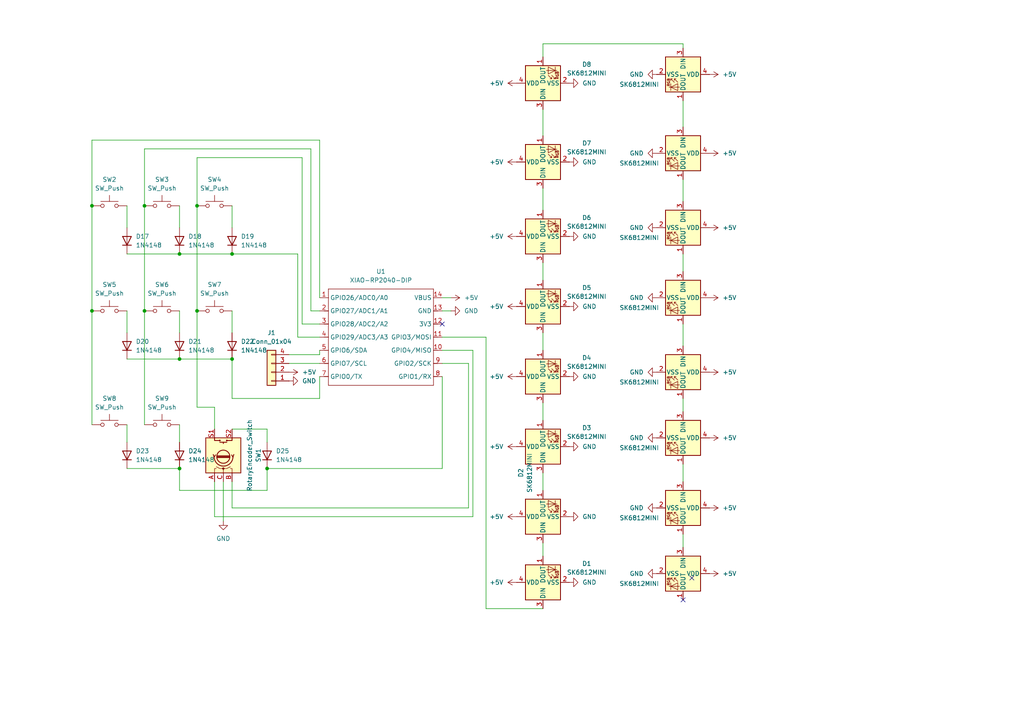
<source format=kicad_sch>
(kicad_sch (version 20250114) (generator "eeschema") (generator_version "9.0")
  (paper "A4")
  (title_block (title "The KPAD") (date "2025-11-26") (rev "1.0") (company "Launch.vbs"))
  (lib_symbols
    (symbol "Connector_Generic:Conn_01x04" (pin_names (offset 1.016) (hide yes))
      (property "Reference" "J" (at 0 5.08 0))
      (property "Value" "Conn_01x04" (at 0 -7.62 0))
      (symbol "Conn_01x04_1_1"
        (rectangle (start -1.27 3.81) (end 1.27 -6.35) (stroke (width 0.254)) (fill (type background)))
        (rectangle (start -1.27 2.667) (end 0 2.413) (stroke (width 0.1524)))
        (rectangle (start -1.27 0.127) (end 0 -0.127) (stroke (width 0.1524)))
        (rectangle (start -1.27 -2.413) (end 0 -2.667) (stroke (width 0.1524)))
        (rectangle (start -1.27 -4.953) (end 0 -5.207) (stroke (width 0.1524)))
        (pin passive line (at -5.08 2.54 0) (length 3.81) (name "Pin_1") (number "1"))
        (pin passive line (at -5.08 0 0) (length 3.81) (name "Pin_2") (number "2"))
        (pin passive line (at -5.08 -2.54 0) (length 3.81) (name "Pin_3") (number "3"))
        (pin passive line (at -5.08 -5.08 0) (length 3.81) (name "Pin_4") (number "4"))
      )
    )
    (symbol "Device:RotaryEncoder_Switch" (pin_names (offset 0.254) (hide yes))
      (property "Reference" "SW" (at 0 6.604 0))
      (property "Value" "RotaryEncoder_Switch" (at 0 -6.604 0))
      (symbol "RotaryEncoder_Switch_0_1"
        (rectangle (start -5.08 5.08) (end 5.08 -5.08) (stroke (width 0.254)) (fill (type background)))
        (polyline (pts (xy -5.08 2.54) (xy -3.81 2.54) (xy -3.81 2.032)))
        (polyline (pts (xy -5.08 0) (xy -3.81 0) (xy -3.81 -1.016) (xy -3.302 -2.032)))
        (polyline (pts (xy -5.08 -2.54) (xy -3.81 -2.54) (xy -3.81 -2.032)))
        (polyline (pts (xy -4.318 0) (xy -3.81 0) (xy -3.81 1.016) (xy -3.302 2.032)))
        (circle (center -3.81 0) (radius 0.254) (fill (type outline)))
        (polyline (pts (xy -0.635 -1.778) (xy -0.635 1.778)) (stroke (width 0.254)))
        (circle (center -0.381 0) (radius 1.905) (stroke (width 0.254)))
        (polyline (pts (xy -0.381 -1.778) (xy -0.381 1.778)) (stroke (width 0.254)))
        (arc (start -0.381 -2.794) (mid -3.0988 -0.0635) (end -0.381 2.667) (stroke (width 0.254)))
        (polyline (pts (xy -0.127 1.778) (xy -0.127 -1.778)) (stroke (width 0.254)))
        (polyline (pts (xy 0.254 2.921) (xy -0.508 2.667) (xy 0.127 2.286)) (stroke (width 0.254)))
        (polyline (pts (xy 0.254 -3.048) (xy -0.508 -2.794) (xy 0.127 -2.413)) (stroke (width 0.254)))
        (polyline (pts (xy 3.81 1.016) (xy 3.81 -1.016)) (stroke (width 0.254)))
        (polyline (pts (xy 3.81 0) (xy 3.429 0)) (stroke (width 0.254)))
        (circle (center 4.318 1.016) (radius 0.127) (stroke (width 0.254)))
        (circle (center 4.318 -1.016) (radius 0.127) (stroke (width 0.254)))
        (polyline (pts (xy 5.08 2.54) (xy 4.318 2.54) (xy 4.318 1.016)) (stroke (width 0.254)))
        (polyline (pts (xy 5.08 -2.54) (xy 4.318 -2.54) (xy 4.318 -1.016)) (stroke (width 0.254)))
      )
      (symbol "RotaryEncoder_Switch_1_1"
        (pin passive line (at -7.62 2.54 0) (length 2.54) (name "A") (number "A"))
        (pin passive line (at -7.62 0 0) (length 2.54) (name "C") (number "C"))
        (pin passive line (at -7.62 -2.54 0) (length 2.54) (name "B") (number "B"))
        (pin passive line (at 7.62 2.54 180) (length 2.54) (name "S1") (number "S1"))
        (pin passive line (at 7.62 -2.54 180) (length 2.54) (name "S2") (number "S2"))
      )
    )
    (symbol "Diode:1N4148" (pin_numbers (hide yes)) (pin_names (hide yes))
      (property "Reference" "D" (at 0 2.54 0))
      (property "Value" "1N4148" (at 0 -2.54 0))
      (symbol "1N4148_0_1"
        (polyline (pts (xy -1.27 1.27) (xy -1.27 -1.27)) (stroke (width 0.254)))
        (polyline (pts (xy 1.27 1.27) (xy 1.27 -1.27) (xy -1.27 0) (xy 1.27 1.27)) (stroke (width 0.254)))
        (polyline (pts (xy 1.27 0) (xy -1.27 0)))
      )
      (symbol "1N4148_1_1"
        (pin passive line (at -3.81 0 0) (length 2.54) (name "K") (number "1"))
        (pin passive line (at 3.81 0 180) (length 2.54) (name "A") (number "2"))
      )
    )
    (symbol "LED:SK6812MINI" (pin_names (offset 0.254))
      (property "Reference" "D" (at 5.08 5.715 0))
      (property "Value" "SK6812MINI" (at 1.27 -5.715 0))
      (symbol "SK6812MINI_0_0"
        (text "RGB" (at 2.286 -4.191 0) (effects (font (size 0.762 0.762))))
      )
      (symbol "SK6812MINI_0_1"
        (polyline (pts (xy 1.27 -2.54) (xy 1.778 -2.54)))
        (polyline (pts (xy 1.27 -3.556) (xy 1.778 -3.556)))
        (polyline (pts (xy 2.286 -1.524) (xy 1.27 -2.54) (xy 1.27 -2.032)))
        (polyline (pts (xy 2.286 -2.54) (xy 1.27 -3.556) (xy 1.27 -3.048)))
        (polyline (pts (xy 3.683 -1.016) (xy 3.683 -3.556) (xy 3.683 -4.064)))
        (polyline (pts (xy 4.699 -1.524) (xy 2.667 -1.524) (xy 3.683 -3.556) (xy 4.699 -1.524)))
        (polyline (pts (xy 4.699 -3.556) (xy 2.667 -3.556)))
        (rectangle (start 5.08 5.08) (end -5.08 -5.08) (stroke (width 0.254)) (fill (type background)))
      )
      (symbol "SK6812MINI_1_1"
        (pin input line (at -7.62 0 0) (length 2.54) (name "DIN") (number "3"))
        (pin power_in line (at 0 7.62 270) (length 2.54) (name "VDD") (number "4"))
        (pin power_in line (at 0 -7.62 90) (length 2.54) (name "VSS") (number "2"))
        (pin output line (at 7.62 0 180) (length 2.54) (name "DOUT") (number "1"))
      )
    )
    (symbol "OPL:XIAO-RP2040-DIP"
      (property "Reference" "U" (at 0 0 0))
      (property "Value" "XIAO-RP2040-DIP" (at 5.334 -1.778 0))
      (symbol "XIAO-RP2040-DIP_1_0"
        (polyline (pts (xy -1.27 -2.54) (xy 29.21 -2.54)) (stroke (width 0.1524)))
        (polyline (pts (xy -1.27 -5.08) (xy -2.54 -5.08)) (stroke (width 0.1524)))
        (polyline (pts (xy -1.27 -5.08) (xy -1.27 -2.54)) (stroke (width 0.1524)))
        (polyline (pts (xy -1.27 -8.89) (xy -2.54 -8.89)) (stroke (width 0.1524)))
        (polyline (pts (xy -1.27 -8.89) (xy -1.27 -5.08)) (stroke (width 0.1524)))
        (polyline (pts (xy -1.27 -12.7) (xy -2.54 -12.7)) (stroke (width 0.1524)))
        (polyline (pts (xy -1.27 -12.7) (xy -1.27 -8.89)) (stroke (width 0.1524)))
        (polyline (pts (xy -1.27 -16.51) (xy -2.54 -16.51)) (stroke (width 0.1524)))
        (polyline (pts (xy -1.27 -16.51) (xy -1.27 -12.7)) (stroke (width 0.1524)))
        (polyline (pts (xy -1.27 -20.32) (xy -2.54 -20.32)) (stroke (width 0.1524)))
        (polyline (pts (xy -1.27 -24.13) (xy -2.54 -24.13)) (stroke (width 0.1524)))
        (polyline (pts (xy -1.27 -27.94) (xy -2.54 -27.94)) (stroke (width 0.1524)))
        (polyline (pts (xy -1.27 -30.48) (xy -1.27 -16.51)) (stroke (width 0.1524)))
        (polyline (pts (xy 29.21 -2.54) (xy 29.21 -5.08)) (stroke (width 0.1524)))
        (polyline (pts (xy 29.21 -5.08) (xy 29.21 -8.89)) (stroke (width 0.1524)))
        (polyline (pts (xy 29.21 -8.89) (xy 29.21 -12.7)) (stroke (width 0.1524)))
        (polyline (pts (xy 29.21 -12.7) (xy 29.21 -30.48)) (stroke (width 0.1524)))
        (polyline (pts (xy 29.21 -30.48) (xy -1.27 -30.48)) (stroke (width 0.1524)))
        (polyline (pts (xy 30.48 -5.08) (xy 29.21 -5.08)) (stroke (width 0.1524)))
        (polyline (pts (xy 30.48 -8.89) (xy 29.21 -8.89)) (stroke (width 0.1524)))
        (polyline (pts (xy 30.48 -12.7) (xy 29.21 -12.7)) (stroke (width 0.1524)))
        (polyline (pts (xy 30.48 -16.51) (xy 29.21 -16.51)) (stroke (width 0.1524)))
        (polyline (pts (xy 30.48 -20.32) (xy 29.21 -20.32)) (stroke (width 0.1524)))
        (polyline (pts (xy 30.48 -24.13) (xy 29.21 -24.13)) (stroke (width 0.1524)))
        (polyline (pts (xy 30.48 -27.94) (xy 29.21 -27.94)) (stroke (width 0.1524)))
        (pin passive line (at -3.81 -5.08 0) (length 2.54) (name "GPIO26/ADC0/A0") (number "1"))
        (pin passive line (at -3.81 -8.89 0) (length 2.54) (name "GPIO27/ADC1/A1") (number "2"))
        (pin passive line (at -3.81 -12.7 0) (length 2.54) (name "GPIO28/ADC2/A2") (number "3"))
        (pin passive line (at -3.81 -16.51 0) (length 2.54) (name "GPIO29/ADC3/A3") (number "4"))
        (pin passive line (at -3.81 -20.32 0) (length 2.54) (name "GPIO6/SDA") (number "5"))
        (pin passive line (at -3.81 -24.13 0) (length 2.54) (name "GPIO7/SCL") (number "6"))
        (pin passive line (at -3.81 -27.94 0) (length 2.54) (name "GPIO0/TX") (number "7"))
        (pin passive line (at 31.75 -5.08 180) (length 2.54) (name "VBUS") (number "14"))
        (pin passive line (at 31.75 -8.89 180) (length 2.54) (name "GND") (number "13"))
        (pin passive line (at 31.75 -12.7 180) (length 2.54) (name "3V3") (number "12"))
        (pin passive line (at 31.75 -16.51 180) (length 2.54) (name "GPIO3/MOSI") (number "11"))
        (pin passive line (at 31.75 -20.32 180) (length 2.54) (name "GPIO4/MISO") (number "10"))
        (pin passive line (at 31.75 -24.13 180) (length 2.54) (name "GPIO2/SCK") (number "9"))
        (pin passive line (at 31.75 -27.94 180) (length 2.54) (name "GPIO1/RX") (number "8"))
      )
    )
    (symbol "Switch:SW_Push" (pin_numbers (hide yes)) (pin_names (offset 1.016) (hide yes))
      (property "Reference" "SW" (at 1.27 2.54 0))
      (property "Value" "SW_Push" (at 0 -1.524 0))
      (symbol "SW_Push_0_1"
        (circle (center -2.032 0) (radius 0.508))
        (polyline (pts (xy 0 1.27) (xy 0 3.048)))
        (circle (center 2.032 0) (radius 0.508))
        (polyline (pts (xy 2.54 1.27) (xy -2.54 1.27)))
        (pin passive line (at -5.08 0 0) (length 2.54) (name "1") (number "1"))
        (pin passive line (at 5.08 0 180) (length 2.54) (name "2") (number "2"))
      )
    )
    (symbol "power:+5V" (power) (pin_numbers (hide yes)) (pin_names (offset 0) (hide yes))
      (property "Value" "+5V" (at 0 3.556 0))
      (symbol "+5V_0_1"
        (polyline (pts (xy -0.762 1.27) (xy 0 2.54)))
        (polyline (pts (xy 0 2.54) (xy 0.762 1.27)))
        (polyline (pts (xy 0 0) (xy 0 2.54)))
      )
      (symbol "+5V_1_1"
        (pin power_in line (at 0 0 90) (length 0) (name "~") (number "1"))
      )
    )
    (symbol "power:GND" (power) (pin_numbers (hide yes)) (pin_names (offset 0) (hide yes))
      (property "Value" "GND" (at 0 -3.81 0))
      (symbol "GND_0_1"
        (polyline (pts (xy 0 0) (xy 0 -1.27) (xy 1.27 -1.27) (xy 0 -2.54) (xy -1.27 -1.27) (xy 0 -1.27)))
      )
      (symbol "GND_1_1"
        (pin power_in line (at 0 0 270) (length 0) (name "~") (number "1"))
      )
    )
  )
  (junction (at 52.07 104.14))
  (junction (at 57.15 90.17))
  (junction (at 26.67 90.17))
  (junction (at 52.07 73.66))
  (junction (at 26.67 59.69))
  (junction (at 77.47 135.89))
  (junction (at 41.91 59.69))
  (junction (at 67.31 73.66))
  (junction (at 41.91 90.17))
  (junction (at 52.07 135.89))
  (junction (at 57.15 59.69))
  (junction (at 67.31 104.14))
  (no_connect (at 200.66 167.64))
  (no_connect (at 198.12 173.99))
  (no_connect (at 128.27 93.98))
  (wire (pts (xy 67.31 104.14) (xy 67.31 115.57)))
  (wire (pts (xy 52.07 104.14) (xy 67.31 104.14)))
  (wire (pts (xy 157.48 54.61) (xy 157.48 60.96)))
  (wire (pts (xy 57.15 118.11) (xy 62.23 118.11)))
  (wire (pts (xy 128.27 97.79) (xy 140.97 97.79)))
  (wire (pts (xy 128.27 135.89) (xy 128.27 109.22)))
  (wire (pts (xy 198.12 154.94) (xy 198.12 158.75)))
  (wire (pts (xy 67.31 59.69) (xy 67.31 66.04)))
  (wire (pts (xy 26.67 40.64) (xy 92.71 40.64)))
  (wire (pts (xy 92.71 115.57) (xy 92.71 109.22)))
  (wire (pts (xy 67.31 115.57) (xy 92.71 115.57)))
  (wire (pts (xy 67.31 124.46) (xy 77.47 124.46)))
  (wire (pts (xy 26.67 90.17) (xy 26.67 123.19)))
  (wire (pts (xy 157.48 31.75) (xy 157.48 39.37)))
  (wire (pts (xy 157.48 157.48) (xy 157.48 161.29)))
  (wire (pts (xy 157.48 96.52) (xy 157.48 101.6)))
  (wire (pts (xy 137.16 101.6) (xy 137.16 149.86)))
  (wire (pts (xy 52.07 73.66) (xy 67.31 73.66)))
  (wire (pts (xy 36.83 123.19) (xy 36.83 128.27)))
  (wire (pts (xy 83.82 102.87) (xy 92.71 102.87)))
  (wire (pts (xy 157.48 76.2) (xy 157.48 81.28)))
  (wire (pts (xy 41.91 43.18) (xy 41.91 59.69)))
  (wire (pts (xy 41.91 90.17) (xy 41.91 123.19)))
  (wire (pts (xy 90.17 90.17) (xy 90.17 43.18)))
  (wire (pts (xy 92.71 97.79) (xy 86.36 97.79)))
  (wire (pts (xy 52.07 123.19) (xy 52.07 128.27)))
  (wire (pts (xy 41.91 59.69) (xy 41.91 90.17)))
  (wire (pts (xy 52.07 135.89) (xy 52.07 142.24)))
  (wire (pts (xy 77.47 135.89) (xy 128.27 135.89)))
  (wire (pts (xy 198.12 93.98) (xy 198.12 100.33)))
  (wire (pts (xy 57.15 118.11) (xy 57.15 90.17)))
  (wire (pts (xy 198.12 115.57) (xy 198.12 119.38)))
  (wire (pts (xy 36.83 90.17) (xy 36.83 96.52)))
  (wire (pts (xy 57.15 59.69) (xy 57.15 90.17)))
  (wire (pts (xy 36.83 135.89) (xy 52.07 135.89)))
  (wire (pts (xy 157.48 116.84) (xy 157.48 121.92)))
  (wire (pts (xy 67.31 90.17) (xy 67.31 96.52)))
  (wire (pts (xy 62.23 149.86) (xy 137.16 149.86)))
  (wire (pts (xy 198.12 12.7) (xy 198.12 13.97)))
  (wire (pts (xy 26.67 40.64) (xy 26.67 59.69)))
  (wire (pts (xy 92.71 93.98) (xy 87.63 93.98)))
  (wire (pts (xy 52.07 59.69) (xy 52.07 66.04)))
  (wire (pts (xy 36.83 59.69) (xy 36.83 66.04)))
  (wire (pts (xy 92.71 86.36) (xy 92.71 40.64)))
  (wire (pts (xy 198.12 52.07) (xy 198.12 58.42)))
  (wire (pts (xy 137.16 101.6) (xy 128.27 101.6)))
  (wire (pts (xy 87.63 93.98) (xy 87.63 45.72)))
  (wire (pts (xy 128.27 105.41) (xy 135.89 105.41)))
  (wire (pts (xy 198.12 73.66) (xy 198.12 78.74)))
  (wire (pts (xy 64.77 139.7) (xy 64.77 151.13)))
  (wire (pts (xy 140.97 97.79) (xy 140.97 176.53)))
  (wire (pts (xy 52.07 90.17) (xy 52.07 96.52)))
  (wire (pts (xy 92.71 102.87) (xy 92.71 101.6)))
  (wire (pts (xy 198.12 29.21) (xy 198.12 36.83)))
  (wire (pts (xy 26.67 59.69) (xy 26.67 90.17)))
  (wire (pts (xy 67.31 147.32) (xy 135.89 147.32)))
  (wire (pts (xy 36.83 73.66) (xy 52.07 73.66)))
  (wire (pts (xy 198.12 134.62) (xy 198.12 139.7)))
  (wire (pts (xy 36.83 104.14) (xy 52.07 104.14)))
  (wire (pts (xy 57.15 45.72) (xy 87.63 45.72)))
  (wire (pts (xy 77.47 124.46) (xy 77.47 128.27)))
  (wire (pts (xy 41.91 43.18) (xy 90.17 43.18)))
  (wire (pts (xy 86.36 73.66) (xy 67.31 73.66)))
  (wire (pts (xy 157.48 137.16) (xy 157.48 142.24)))
  (wire (pts (xy 52.07 142.24) (xy 77.47 142.24)))
  (wire (pts (xy 62.23 139.7) (xy 62.23 149.86)))
  (wire (pts (xy 86.36 97.79) (xy 86.36 73.66)))
  (wire (pts (xy 128.27 86.36) (xy 130.81 86.36)))
  (wire (pts (xy 157.48 12.7) (xy 198.12 12.7)))
  (wire (pts (xy 83.82 105.41) (xy 92.71 105.41)))
  (wire (pts (xy 157.48 16.51) (xy 157.48 12.7)))
  (wire (pts (xy 77.47 142.24) (xy 77.47 135.89)))
  (wire (pts (xy 128.27 90.17) (xy 130.81 90.17)))
  (wire (pts (xy 135.89 147.32) (xy 135.89 105.41)))
  (wire (pts (xy 140.97 176.53) (xy 157.48 176.53)))
  (wire (pts (xy 92.71 90.17) (xy 90.17 90.17)))
  (wire (pts (xy 57.15 45.72) (xy 57.15 59.69)))
  (wire (pts (xy 62.23 118.11) (xy 62.23 124.46)))
  (wire (pts (xy 67.31 139.7) (xy 67.31 147.32)))
  (symbol (lib_id "Diode:1N4148") (at 36.83 100.33 90) (unit 1)
    (property "Reference" "D20" (at 39.37 99.0599 90) (effects (justify right)))
    (property "Value" "1N4148" (at 39.37 101.5999 90) (effects (justify right)))
    (property "Footprint" "Diode_THT:D_DO-35_SOD27_P7.62mm_Horizontal" (effects (hide yes)))
    (property "Datasheet" "https://assets.nexperia.com/documents/data-sheet/1N4148_1N4448.pdf" (effects (hide yes)))
    (property "Description" "100V 0.15A standard switching diode, DO-35" (effects (hide yes)))
    (property "Sim.Device" "D" (effects (hide yes)))
    (property "Sim.Pins" "1=K 2=A" (effects (hide yes)))
  )
  (symbol (lib_id "Switch:SW_Push") (at 62.23 59.69 0) (unit 1)
    (property "Reference" "SW4" (at 62.23 52.07 0))
    (property "Value" "SW_Push" (at 62.23 54.61 0))
    (property "Footprint" "Button_Switch_Keyboard:SW_Cherry_MX_1.00u_PCB" (effects (hide yes)))
    (property "Description" "Push button switch, generic, two pins" (effects (hide yes)))
  )
  (symbol (lib_id "power:+5V") (at 205.74 147.32 270) (unit 1)
    (property "Reference" "#PWR033" (effects (hide yes)))
    (property "Value" "+5V" (at 209.55 147.3201 90) (effects (justify left)))
    (property "Description" "Power symbol creates a global label with name \"+5V\"" (effects (hide yes)))
  )
  (symbol (lib_id "power:GND") (at 190.5 127 270) (unit 1)
    (property "Reference" "#PWR030" (effects (hide yes)))
    (property "Value" "GND" (at 186.69 127.0001 90) (effects (justify right)))
    (property "Description" "Power symbol creates a global label with name \"GND\" , ground" (effects (hide yes)))
  )
  (symbol (lib_id "Diode:1N4148") (at 52.07 69.85 90) (unit 1)
    (property "Reference" "D18" (at 54.61 68.5799 90) (effects (justify right)))
    (property "Value" "1N4148" (at 54.61 71.1199 90) (effects (justify right)))
    (property "Footprint" "Diode_THT:D_DO-35_SOD27_P7.62mm_Horizontal" (effects (hide yes)))
    (property "Datasheet" "https://assets.nexperia.com/documents/data-sheet/1N4148_1N4448.pdf" (effects (hide yes)))
    (property "Description" "100V 0.15A standard switching diode, DO-35" (effects (hide yes)))
    (property "Sim.Device" "D" (effects (hide yes)))
    (property "Sim.Pins" "1=K 2=A" (effects (hide yes)))
  )
  (symbol (lib_id "LED:SK6812MINI") (at 157.48 149.86 90) (unit 1)
    (property "Reference" "D2" (at 151.0598 137.16 0))
    (property "Value" "SK6812MINI" (at 153.5998 137.16 0))
    (property "Footprint" "LED_SMD:LED_SK6812MINI_PLCC4_3.5x3.5mm_P1.75mm" (effects (hide yes)))
    (property "Datasheet" "https://cdn-shop.adafruit.com/product-files/2686/SK6812MINI_REV.01-1-2.pdf" (effects (hide yes)))
    (property "Description" "RGB LED with integrated controller" (effects (hide yes)))
  )
  (symbol (lib_id "power:GND") (at 165.1 129.54 90) (unit 1)
    (property "Reference" "#PWR022" (effects (hide yes)))
    (property "Value" "GND" (at 168.91 129.5399 90) (effects (justify right)))
    (property "Description" "Power symbol creates a global label with name \"GND\" , ground" (effects (hide yes)))
  )
  (symbol (lib_id "LED:SK6812MINI") (at 198.12 66.04 270) (unit 1)
    (property "Reference" "D11" (effects (hide yes)))
    (property "Value" "SK6812MINI" (at 185.42 68.9454 90))
    (property "Footprint" "LED_SMD:LED_SK6812MINI_PLCC4_3.5x3.5mm_P1.75mm" (effects (hide yes)))
    (property "Datasheet" "https://cdn-shop.adafruit.com/product-files/2686/SK6812MINI_REV.01-1-2.pdf" (effects (hide yes)))
    (property "Description" "RGB LED with integrated controller" (effects (hide yes)))
  )
  (symbol (lib_id "LED:SK6812MINI") (at 157.48 109.22 90) (unit 1)
    (property "Reference" "D4" (at 170.18 103.7746 90))
    (property "Value" "SK6812MINI" (at 170.18 106.3146 90))
    (property "Footprint" "LED_SMD:LED_SK6812MINI_PLCC4_3.5x3.5mm_P1.75mm" (effects (hide yes)))
    (property "Datasheet" "https://cdn-shop.adafruit.com/product-files/2686/SK6812MINI_REV.01-1-2.pdf" (effects (hide yes)))
    (property "Description" "RGB LED with integrated controller" (effects (hide yes)))
  )
  (symbol (lib_id "Diode:1N4148") (at 77.47 132.08 90) (unit 1)
    (property "Reference" "D25" (at 80.01 130.8099 90) (effects (justify right)))
    (property "Value" "1N4148" (at 80.01 133.3499 90) (effects (justify right)))
    (property "Footprint" "Diode_THT:D_DO-35_SOD27_P7.62mm_Horizontal" (effects (hide yes)))
    (property "Datasheet" "https://assets.nexperia.com/documents/data-sheet/1N4148_1N4448.pdf" (effects (hide yes)))
    (property "Description" "100V 0.15A standard switching diode, DO-35" (effects (hide yes)))
    (property "Sim.Device" "D" (effects (hide yes)))
    (property "Sim.Pins" "1=K 2=A" (effects (hide yes)))
  )
  (symbol (lib_id "power:+5V") (at 205.74 127 270) (unit 1)
    (property "Reference" "#PWR017" (effects (hide yes)))
    (property "Value" "+5V" (at 209.55 127.0001 90) (effects (justify left)))
    (property "Description" "Power symbol creates a global label with name \"+5V\"" (effects (hide yes)))
  )
  (symbol (lib_id "Device:RotaryEncoder_Switch") (at 64.77 132.08 90) (unit 1)
    (property "Reference" "SW1" (at 74.93 132.08 0))
    (property "Value" "RotaryEncoder_Switch" (at 72.39 132.08 0))
    (property "Footprint" "Rotary_Encoder:RotaryEncoder_Alps_EC11E-Switch_Vertical_H20mm" (effects (hide yes)))
    (property "Description" "Rotary encoder, dual channel, incremental quadrate outputs, with switch" (effects (hide yes)))
  )
  (symbol (lib_id "power:GND") (at 190.5 107.95 270) (unit 1)
    (property "Reference" "#PWR029" (effects (hide yes)))
    (property "Value" "GND" (at 186.69 107.9501 90) (effects (justify right)))
    (property "Description" "Power symbol creates a global label with name \"GND\" , ground" (effects (hide yes)))
  )
  (symbol (lib_id "power:+5V") (at 149.86 129.54 90) (unit 1)
    (property "Reference" "#PWR014" (effects (hide yes)))
    (property "Value" "+5V" (at 146.05 129.5399 90) (effects (justify left)))
    (property "Description" "Power symbol creates a global label with name \"+5V\"" (effects (hide yes)))
  )
  (symbol (lib_id "LED:SK6812MINI") (at 157.48 46.99 90) (unit 1)
    (property "Reference" "D7" (at 170.18 41.5446 90))
    (property "Value" "SK6812MINI" (at 170.18 44.0846 90))
    (property "Footprint" "LED_SMD:LED_SK6812MINI_PLCC4_3.5x3.5mm_P1.75mm" (effects (hide yes)))
    (property "Datasheet" "https://cdn-shop.adafruit.com/product-files/2686/SK6812MINI_REV.01-1-2.pdf" (effects (hide yes)))
    (property "Description" "RGB LED with integrated controller" (effects (hide yes)))
  )
  (symbol (lib_id "power:GND") (at 165.1 149.86 90) (unit 1)
    (property "Reference" "#PWR023" (effects (hide yes)))
    (property "Value" "GND" (at 168.91 149.8599 90) (effects (justify right)))
    (property "Description" "Power symbol creates a global label with name \"GND\" , ground" (effects (hide yes)))
  )
  (symbol (lib_id "LED:SK6812MINI") (at 157.48 24.13 90) (unit 1)
    (property "Reference" "D8" (at 170.18 18.6846 90))
    (property "Value" "SK6812MINI" (at 170.18 21.2246 90))
    (property "Footprint" "LED_SMD:LED_SK6812MINI_PLCC4_3.5x3.5mm_P1.75mm" (effects (hide yes)))
    (property "Datasheet" "https://cdn-shop.adafruit.com/product-files/2686/SK6812MINI_REV.01-1-2.pdf" (effects (hide yes)))
    (property "Description" "RGB LED with integrated controller" (effects (hide yes)))
  )
  (symbol (lib_id "power:GND") (at 190.5 21.59 270) (unit 1)
    (property "Reference" "#PWR025" (effects (hide yes)))
    (property "Value" "GND" (at 186.69 21.5901 90) (effects (justify right)))
    (property "Description" "Power symbol creates a global label with name \"GND\" , ground" (effects (hide yes)))
  )
  (symbol (lib_id "power:GND") (at 190.5 166.37 270) (unit 1)
    (property "Reference" "#PWR032" (effects (hide yes)))
    (property "Value" "GND" (at 186.69 166.3701 90) (effects (justify right)))
    (property "Description" "Power symbol creates a global label with name \"GND\" , ground" (effects (hide yes)))
  )
  (symbol (lib_id "power:+5V") (at 149.86 46.99 90) (unit 1)
    (property "Reference" "#PWR010" (effects (hide yes)))
    (property "Value" "+5V" (at 146.05 46.9899 90) (effects (justify left)))
    (property "Description" "Power symbol creates a global label with name \"+5V\"" (effects (hide yes)))
  )
  (symbol (lib_id "power:+5V") (at 205.74 21.59 270) (unit 1)
    (property "Reference" "#PWR05" (effects (hide yes)))
    (property "Value" "+5V" (at 209.55 21.5901 90) (effects (justify left)))
    (property "Description" "Power symbol creates a global label with name \"+5V\"" (effects (hide yes)))
  )
  (symbol (lib_id "power:GND") (at 165.1 68.58 90) (unit 1)
    (property "Reference" "#PWR019" (effects (hide yes)))
    (property "Value" "GND" (at 168.91 68.5799 90) (effects (justify right)))
    (property "Description" "Power symbol creates a global label with name \"GND\" , ground" (effects (hide yes)))
  )
  (symbol (lib_id "Switch:SW_Push") (at 31.75 59.69 0) (unit 1)
    (property "Reference" "SW2" (at 31.75 52.07 0))
    (property "Value" "SW_Push" (at 31.75 54.61 0))
    (property "Footprint" "Button_Switch_Keyboard:SW_Cherry_MX_1.00u_PCB" (effects (hide yes)))
    (property "Description" "Push button switch, generic, two pins" (effects (hide yes)))
  )
  (symbol (lib_id "LED:SK6812MINI") (at 157.48 129.54 90) (unit 1)
    (property "Reference" "D3" (at 170.18 124.0946 90))
    (property "Value" "SK6812MINI" (at 170.18 126.6346 90))
    (property "Footprint" "LED_SMD:LED_SK6812MINI_PLCC4_3.5x3.5mm_P1.75mm" (effects (hide yes)))
    (property "Datasheet" "https://cdn-shop.adafruit.com/product-files/2686/SK6812MINI_REV.01-1-2.pdf" (effects (hide yes)))
    (property "Description" "RGB LED with integrated controller" (effects (hide yes)))
  )
  (symbol (lib_id "Switch:SW_Push") (at 46.99 90.17 0) (unit 1)
    (property "Reference" "SW6" (at 46.99 82.55 0))
    (property "Value" "SW_Push" (at 46.99 85.09 0))
    (property "Footprint" "Button_Switch_Keyboard:SW_Cherry_MX_1.00u_PCB" (effects (hide yes)))
    (property "Description" "Push button switch, generic, two pins" (effects (hide yes)))
  )
  (symbol (lib_id "power:+5V") (at 149.86 149.86 90) (unit 1)
    (property "Reference" "#PWR015" (effects (hide yes)))
    (property "Value" "+5V" (at 146.05 149.8599 90) (effects (justify left)))
    (property "Description" "Power symbol creates a global label with name \"+5V\"" (effects (hide yes)))
  )
  (symbol (lib_id "power:+5V") (at 149.86 68.58 90) (unit 1)
    (property "Reference" "#PWR011" (effects (hide yes)))
    (property "Value" "+5V" (at 146.05 68.5799 90) (effects (justify left)))
    (property "Description" "Power symbol creates a global label with name \"+5V\"" (effects (hide yes)))
  )
  (symbol (lib_id "LED:SK6812MINI") (at 157.48 68.58 90) (unit 1)
    (property "Reference" "D6" (at 170.18 63.1346 90))
    (property "Value" "SK6812MINI" (at 170.18 65.6746 90))
    (property "Footprint" "LED_SMD:LED_SK6812MINI_PLCC4_3.5x3.5mm_P1.75mm" (effects (hide yes)))
    (property "Datasheet" "https://cdn-shop.adafruit.com/product-files/2686/SK6812MINI_REV.01-1-2.pdf" (effects (hide yes)))
    (property "Description" "RGB LED with integrated controller" (effects (hide yes)))
  )
  (symbol (lib_id "power:+5V") (at 83.82 107.95 270) (unit 1)
    (property "Reference" "#PWR036" (effects (hide yes)))
    (property "Value" "+5V" (at 87.63 107.9499 90) (effects (justify left)))
    (property "Description" "Power symbol creates a global label with name \"+5V\"" (effects (hide yes)))
  )
  (symbol (lib_id "power:+5V") (at 205.74 107.95 270) (unit 1)
    (property "Reference" "#PWR09" (effects (hide yes)))
    (property "Value" "+5V" (at 209.55 107.9501 90) (effects (justify left)))
    (property "Description" "Power symbol creates a global label with name \"+5V\"" (effects (hide yes)))
  )
  (symbol (lib_id "LED:SK6812MINI") (at 198.12 127 270) (unit 1)
    (property "Reference" "D14" (effects (hide yes)))
    (property "Value" "SK6812MINI" (at 185.42 129.9054 90))
    (property "Footprint" "LED_SMD:LED_SK6812MINI_PLCC4_3.5x3.5mm_P1.75mm" (effects (hide yes)))
    (property "Datasheet" "https://cdn-shop.adafruit.com/product-files/2686/SK6812MINI_REV.01-1-2.pdf" (effects (hide yes)))
    (property "Description" "RGB LED with integrated controller" (effects (hide yes)))
  )
  (symbol (lib_id "LED:SK6812MINI") (at 157.48 88.9 90) (unit 1)
    (property "Reference" "D5" (at 170.18 83.4546 90))
    (property "Value" "SK6812MINI" (at 170.18 85.9946 90))
    (property "Footprint" "LED_SMD:LED_SK6812MINI_PLCC4_3.5x3.5mm_P1.75mm" (effects (hide yes)))
    (property "Datasheet" "https://cdn-shop.adafruit.com/product-files/2686/SK6812MINI_REV.01-1-2.pdf" (effects (hide yes)))
    (property "Description" "RGB LED with integrated controller" (effects (hide yes)))
  )
  (symbol (lib_id "LED:SK6812MINI") (at 157.48 168.91 90) (unit 1)
    (property "Reference" "D1" (at 170.18 163.4646 90))
    (property "Value" "SK6812MINI" (at 170.18 166.0046 90))
    (property "Footprint" "LED_SMD:LED_SK6812MINI_PLCC4_3.5x3.5mm_P1.75mm" (effects (hide yes)))
    (property "Datasheet" "https://cdn-shop.adafruit.com/product-files/2686/SK6812MINI_REV.01-1-2.pdf" (effects (hide yes)))
    (property "Description" "RGB LED with integrated controller" (effects (hide yes)))
  )
  (symbol (lib_id "Switch:SW_Push") (at 31.75 123.19 0) (unit 1)
    (property "Reference" "SW8" (at 31.75 115.57 0))
    (property "Value" "SW_Push" (at 31.75 118.11 0))
    (property "Footprint" "Button_Switch_Keyboard:SW_Cherry_MX_1.00u_PCB" (effects (hide yes)))
    (property "Description" "Push button switch, generic, two pins" (effects (hide yes)))
  )
  (symbol (lib_id "Switch:SW_Push") (at 46.99 59.69 0) (unit 1)
    (property "Reference" "SW3" (at 46.99 52.07 0))
    (property "Value" "SW_Push" (at 46.99 54.61 0))
    (property "Footprint" "Button_Switch_Keyboard:SW_Cherry_MX_1.00u_PCB" (effects (hide yes)))
    (property "Description" "Push button switch, generic, two pins" (effects (hide yes)))
  )
  (symbol (lib_id "LED:SK6812MINI") (at 198.12 166.37 270) (unit 1)
    (property "Reference" "D16" (effects (hide yes)))
    (property "Value" "SK6812MINI" (at 185.42 169.2754 90))
    (property "Footprint" "LED_SMD:LED_SK6812MINI_PLCC4_3.5x3.5mm_P1.75mm" (effects (hide yes)))
    (property "Datasheet" "https://cdn-shop.adafruit.com/product-files/2686/SK6812MINI_REV.01-1-2.pdf" (effects (hide yes)))
    (property "Description" "RGB LED with integrated controller" (effects (hide yes)))
  )
  (symbol (lib_id "power:+5V") (at 205.74 166.37 270) (unit 1)
    (property "Reference" "#PWR034" (effects (hide yes)))
    (property "Value" "+5V" (at 209.55 166.3701 90) (effects (justify left)))
    (property "Description" "Power symbol creates a global label with name \"+5V\"" (effects (hide yes)))
  )
  (symbol (lib_id "power:+5V") (at 149.86 88.9 90) (unit 1)
    (property "Reference" "#PWR012" (effects (hide yes)))
    (property "Value" "+5V" (at 146.05 88.8999 90) (effects (justify left)))
    (property "Description" "Power symbol creates a global label with name \"+5V\"" (effects (hide yes)))
  )
  (symbol (lib_id "power:+5V") (at 205.74 44.45 270) (unit 1)
    (property "Reference" "#PWR06" (effects (hide yes)))
    (property "Value" "+5V" (at 209.55 44.4501 90) (effects (justify left)))
    (property "Description" "Power symbol creates a global label with name \"+5V\"" (effects (hide yes)))
  )
  (symbol (lib_id "Diode:1N4148") (at 36.83 69.85 90) (unit 1)
    (property "Reference" "D17" (at 39.37 68.5799 90) (effects (justify right)))
    (property "Value" "1N4148" (at 39.37 71.1199 90) (effects (justify right)))
    (property "Footprint" "Diode_THT:D_DO-35_SOD27_P7.62mm_Horizontal" (effects (hide yes)))
    (property "Datasheet" "https://assets.nexperia.com/documents/data-sheet/1N4148_1N4448.pdf" (effects (hide yes)))
    (property "Description" "100V 0.15A standard switching diode, DO-35" (effects (hide yes)))
    (property "Sim.Device" "D" (effects (hide yes)))
    (property "Sim.Pins" "1=K 2=A" (effects (hide yes)))
  )
  (symbol (lib_id "OPL:XIAO-RP2040-DIP") (at 96.52 81.28 0) (unit 1)
    (property "Reference" "U1" (at 110.49 78.74 0))
    (property "Value" "XIAO-RP2040-DIP" (at 110.49 81.28 0))
    (property "Footprint" "OPL:XIAO-RP2040-DIP" (effects (hide yes)))
  )
  (symbol (lib_id "LED:SK6812MINI") (at 198.12 86.36 270) (unit 1)
    (property "Reference" "D12" (effects (hide yes)))
    (property "Value" "SK6812MINI" (at 185.42 89.2654 90))
    (property "Footprint" "LED_SMD:LED_SK6812MINI_PLCC4_3.5x3.5mm_P1.75mm" (effects (hide yes)))
    (property "Datasheet" "https://cdn-shop.adafruit.com/product-files/2686/SK6812MINI_REV.01-1-2.pdf" (effects (hide yes)))
    (property "Description" "RGB LED with integrated controller" (effects (hide yes)))
  )
  (symbol (lib_id "power:GND") (at 165.1 24.13 90) (unit 1)
    (property "Reference" "#PWR03" (effects (hide yes)))
    (property "Value" "GND" (at 168.91 24.1299 90) (effects (justify right)))
    (property "Description" "Power symbol creates a global label with name \"GND\" , ground" (effects (hide yes)))
  )
  (symbol (lib_id "power:GND") (at 190.5 66.04 270) (unit 1)
    (property "Reference" "#PWR027" (effects (hide yes)))
    (property "Value" "GND" (at 186.69 66.0401 90) (effects (justify right)))
    (property "Description" "Power symbol creates a global label with name \"GND\" , ground" (effects (hide yes)))
  )
  (symbol (lib_id "power:GND") (at 190.5 147.32 270) (unit 1)
    (property "Reference" "#PWR031" (effects (hide yes)))
    (property "Value" "GND" (at 186.69 147.3201 90) (effects (justify right)))
    (property "Description" "Power symbol creates a global label with name \"GND\" , ground" (effects (hide yes)))
  )
  (symbol (lib_id "Switch:SW_Push") (at 62.23 90.17 0) (unit 1)
    (property "Reference" "SW7" (at 62.23 82.55 0))
    (property "Value" "SW_Push" (at 62.23 85.09 0))
    (property "Footprint" "Button_Switch_Keyboard:SW_Cherry_MX_1.00u_PCB" (effects (hide yes)))
    (property "Description" "Push button switch, generic, two pins" (effects (hide yes)))
  )
  (symbol (lib_id "power:+5V") (at 130.81 86.36 270) (unit 1)
    (property "Reference" "#PWR1" (effects (hide yes)))
    (property "Value" "+5V" (at 134.62 86.3599 90) (effects (justify left)))
    (property "Description" "Power symbol creates a global label with name \"+5V\"" (effects (hide yes)))
  )
  (symbol (lib_id "power:GND") (at 83.82 110.49 90) (unit 1)
    (property "Reference" "#PWR035" (effects (hide yes)))
    (property "Value" "GND" (at 87.63 110.4899 90) (effects (justify right)))
    (property "Description" "Power symbol creates a global label with name \"GND\" , ground" (effects (hide yes)))
  )
  (symbol (lib_id "power:+5V") (at 205.74 86.36 270) (unit 1)
    (property "Reference" "#PWR08" (effects (hide yes)))
    (property "Value" "+5V" (at 209.55 86.3601 90) (effects (justify left)))
    (property "Description" "Power symbol creates a global label with name \"+5V\"" (effects (hide yes)))
  )
  (symbol (lib_id "LED:SK6812MINI") (at 198.12 107.95 270) (unit 1)
    (property "Reference" "D13" (effects (hide yes)))
    (property "Value" "SK6812MINI" (at 185.42 110.8554 90))
    (property "Footprint" "LED_SMD:LED_SK6812MINI_PLCC4_3.5x3.5mm_P1.75mm" (effects (hide yes)))
    (property "Datasheet" "https://cdn-shop.adafruit.com/product-files/2686/SK6812MINI_REV.01-1-2.pdf" (effects (hide yes)))
    (property "Description" "RGB LED with integrated controller" (effects (hide yes)))
  )
  (symbol (lib_id "Switch:SW_Push") (at 46.99 123.19 0) (unit 1)
    (property "Reference" "SW9" (at 46.99 115.57 0))
    (property "Value" "SW_Push" (at 46.99 118.11 0))
    (property "Footprint" "Button_Switch_Keyboard:SW_Cherry_MX_1.00u_PCB" (effects (hide yes)))
    (property "Description" "Push button switch, generic, two pins" (effects (hide yes)))
  )
  (symbol (lib_id "power:+5V") (at 149.86 109.22 90) (unit 1)
    (property "Reference" "#PWR013" (effects (hide yes)))
    (property "Value" "+5V" (at 146.05 109.2199 90) (effects (justify left)))
    (property "Description" "Power symbol creates a global label with name \"+5V\"" (effects (hide yes)))
  )
  (symbol (lib_id "power:GND") (at 165.1 109.22 90) (unit 1)
    (property "Reference" "#PWR021" (effects (hide yes)))
    (property "Value" "GND" (at 168.91 109.2199 90) (effects (justify right)))
    (property "Description" "Power symbol creates a global label with name \"GND\" , ground" (effects (hide yes)))
  )
  (symbol (lib_id "LED:SK6812MINI") (at 198.12 147.32 270) (unit 1)
    (property "Reference" "D15" (effects (hide yes)))
    (property "Value" "SK6812MINI" (at 185.42 150.2254 90))
    (property "Footprint" "LED_SMD:LED_SK6812MINI_PLCC4_3.5x3.5mm_P1.75mm" (effects (hide yes)))
    (property "Datasheet" "https://cdn-shop.adafruit.com/product-files/2686/SK6812MINI_REV.01-1-2.pdf" (effects (hide yes)))
    (property "Description" "RGB LED with integrated controller" (effects (hide yes)))
  )
  (symbol (lib_id "power:+5V") (at 149.86 168.91 90) (unit 1)
    (property "Reference" "#PWR016" (effects (hide yes)))
    (property "Value" "+5V" (at 146.05 168.9099 90) (effects (justify left)))
    (property "Description" "Power symbol creates a global label with name \"+5V\"" (effects (hide yes)))
  )
  (symbol (lib_id "Diode:1N4148") (at 52.07 132.08 90) (unit 1)
    (property "Reference" "D24" (at 54.61 130.8099 90) (effects (justify right)))
    (property "Value" "1N4148" (at 54.61 133.3499 90) (effects (justify right)))
    (property "Footprint" "Diode_THT:D_DO-35_SOD27_P7.62mm_Horizontal" (effects (hide yes)))
    (property "Datasheet" "https://assets.nexperia.com/documents/data-sheet/1N4148_1N4448.pdf" (effects (hide yes)))
    (property "Description" "100V 0.15A standard switching diode, DO-35" (effects (hide yes)))
    (property "Sim.Device" "D" (effects (hide yes)))
    (property "Sim.Pins" "1=K 2=A" (effects (hide yes)))
  )
  (symbol (lib_id "power:GND") (at 165.1 168.91 90) (unit 1)
    (property "Reference" "#PWR024" (effects (hide yes)))
    (property "Value" "GND" (at 168.91 168.9099 90) (effects (justify right)))
    (property "Description" "Power symbol creates a global label with name \"GND\" , ground" (effects (hide yes)))
  )
  (symbol (lib_id "Diode:1N4148") (at 52.07 100.33 90) (unit 1)
    (property "Reference" "D21" (at 54.61 99.0599 90) (effects (justify right)))
    (property "Value" "1N4148" (at 54.61 101.5999 90) (effects (justify right)))
    (property "Footprint" "Diode_THT:D_DO-35_SOD27_P7.62mm_Horizontal" (effects (hide yes)))
    (property "Datasheet" "https://assets.nexperia.com/documents/data-sheet/1N4148_1N4448.pdf" (effects (hide yes)))
    (property "Description" "100V 0.15A standard switching diode, DO-35" (effects (hide yes)))
    (property "Sim.Device" "D" (effects (hide yes)))
    (property "Sim.Pins" "1=K 2=A" (effects (hide yes)))
  )
  (symbol (lib_id "Diode:1N4148") (at 67.31 69.85 90) (unit 1)
    (property "Reference" "D19" (at 69.85 68.5799 90) (effects (justify right)))
    (property "Value" "1N4148" (at 69.85 71.1199 90) (effects (justify right)))
    (property "Footprint" "Diode_THT:D_DO-35_SOD27_P7.62mm_Horizontal" (effects (hide yes)))
    (property "Datasheet" "https://assets.nexperia.com/documents/data-sheet/1N4148_1N4448.pdf" (effects (hide yes)))
    (property "Description" "100V 0.15A standard switching diode, DO-35" (effects (hide yes)))
    (property "Sim.Device" "D" (effects (hide yes)))
    (property "Sim.Pins" "1=K 2=A" (effects (hide yes)))
  )
  (symbol (lib_id "LED:SK6812MINI") (at 198.12 21.59 270) (unit 1)
    (property "Reference" "D9" (effects (hide yes)))
    (property "Value" "SK6812MINI" (at 185.42 24.4954 90))
    (property "Footprint" "LED_SMD:LED_SK6812MINI_PLCC4_3.5x3.5mm_P1.75mm" (effects (hide yes)))
    (property "Datasheet" "https://cdn-shop.adafruit.com/product-files/2686/SK6812MINI_REV.01-1-2.pdf" (effects (hide yes)))
    (property "Description" "RGB LED with integrated controller" (effects (hide yes)))
  )
  (symbol (lib_id "Diode:1N4148") (at 36.83 132.08 90) (unit 1)
    (property "Reference" "D23" (at 39.37 130.8099 90) (effects (justify right)))
    (property "Value" "1N4148" (at 39.37 133.3499 90) (effects (justify right)))
    (property "Footprint" "Diode_THT:D_DO-35_SOD27_P7.62mm_Horizontal" (effects (hide yes)))
    (property "Datasheet" "https://assets.nexperia.com/documents/data-sheet/1N4148_1N4448.pdf" (effects (hide yes)))
    (property "Description" "100V 0.15A standard switching diode, DO-35" (effects (hide yes)))
    (property "Sim.Device" "D" (effects (hide yes)))
    (property "Sim.Pins" "1=K 2=A" (effects (hide yes)))
  )
  (symbol (lib_id "Diode:1N4148") (at 67.31 100.33 90) (unit 1)
    (property "Reference" "D22" (at 69.85 99.0599 90) (effects (justify right)))
    (property "Value" "1N4148" (at 69.85 101.5999 90) (effects (justify right)))
    (property "Footprint" "Diode_THT:D_DO-35_SOD27_P7.62mm_Horizontal" (effects (hide yes)))
    (property "Datasheet" "https://assets.nexperia.com/documents/data-sheet/1N4148_1N4448.pdf" (effects (hide yes)))
    (property "Description" "100V 0.15A standard switching diode, DO-35" (effects (hide yes)))
    (property "Sim.Device" "D" (effects (hide yes)))
    (property "Sim.Pins" "1=K 2=A" (effects (hide yes)))
  )
  (symbol (lib_id "power:GND") (at 190.5 86.36 270) (unit 1)
    (property "Reference" "#PWR028" (effects (hide yes)))
    (property "Value" "GND" (at 186.69 86.3601 90) (effects (justify right)))
    (property "Description" "Power symbol creates a global label with name \"GND\" , ground" (effects (hide yes)))
  )
  (symbol (lib_id "power:GND") (at 130.81 90.17 90) (unit 1)
    (property "Reference" "#PWR2" (effects (hide yes)))
    (property "Value" "GND" (at 134.62 90.1699 90) (effects (justify right)))
    (property "Description" "Power symbol creates a global label with name \"GND\" , ground" (effects (hide yes)))
  )
  (symbol (lib_id "Connector_Generic:Conn_01x04") (at 78.74 107.95 180) (unit 1)
    (property "Reference" "J1" (at 78.74 96.52 0))
    (property "Value" "Conn_01x04" (at 78.74 99.06 0))
    (property "Footprint" "KiCad-SSD1306-0.91-OLED-4pin-128x32.pretty-master:SSD1306-0.91-OLED-4pin-128x32" (effects (hide yes)))
    (property "Description" "Generic connector, single row, 01x04, script generated (kicad-library-utils/schlib/autogen/connector/)" (effects (hide yes)))
  )
  (symbol (lib_id "power:GND") (at 190.5 44.45 270) (unit 1)
    (property "Reference" "#PWR026" (effects (hide yes)))
    (property "Value" "GND" (at 186.69 44.4501 90) (effects (justify right)))
    (property "Description" "Power symbol creates a global label with name \"GND\" , ground" (effects (hide yes)))
  )
  (symbol (lib_id "power:+5V") (at 205.74 66.04 270) (unit 1)
    (property "Reference" "#PWR07" (effects (hide yes)))
    (property "Value" "+5V" (at 209.55 66.0401 90) (effects (justify left)))
    (property "Description" "Power symbol creates a global label with name \"+5V\"" (effects (hide yes)))
  )
  (symbol (lib_id "power:GND") (at 165.1 46.99 90) (unit 1)
    (property "Reference" "#PWR018" (effects (hide yes)))
    (property "Value" "GND" (at 168.91 46.9899 90) (effects (justify right)))
    (property "Description" "Power symbol creates a global label with name \"GND\" , ground" (effects (hide yes)))
  )
  (symbol (lib_id "LED:SK6812MINI") (at 198.12 44.45 270) (unit 1)
    (property "Reference" "D10" (effects (hide yes)))
    (property "Value" "SK6812MINI" (at 185.42 47.3554 90))
    (property "Footprint" "LED_SMD:LED_SK6812MINI_PLCC4_3.5x3.5mm_P1.75mm" (effects (hide yes)))
    (property "Datasheet" "https://cdn-shop.adafruit.com/product-files/2686/SK6812MINI_REV.01-1-2.pdf" (effects (hide yes)))
    (property "Description" "RGB LED with integrated controller" (effects (hide yes)))
  )
  (symbol (lib_id "power:GND") (at 165.1 88.9 90) (unit 1)
    (property "Reference" "#PWR020" (effects (hide yes)))
    (property "Value" "GND" (at 168.91 88.8999 90) (effects (justify right)))
    (property "Description" "Power symbol creates a global label with name \"GND\" , ground" (effects (hide yes)))
  )
  (symbol (lib_id "power:GND") (at 64.77 151.13 0) (unit 1)
    (property "Reference" "#PWR037" (effects (hide yes)))
    (property "Value" "GND" (at 64.77 156.21 0))
    (property "Description" "Power symbol creates a global label with name \"GND\" , ground" (effects (hide yes)))
  )
  (symbol (lib_id "Switch:SW_Push") (at 31.75 90.17 0) (unit 1)
    (property "Reference" "SW5" (at 31.75 82.55 0))
    (property "Value" "SW_Push" (at 31.75 85.09 0))
    (property "Footprint" "Button_Switch_Keyboard:SW_Cherry_MX_1.00u_PCB" (effects (hide yes)))
    (property "Description" "Push button switch, generic, two pins" (effects (hide yes)))
  )
  (symbol (lib_id "power:+5V") (at 149.86 24.13 90) (unit 1)
    (property "Reference" "#PWR04" (effects (hide yes)))
    (property "Value" "+5V" (at 146.05 24.1299 90) (effects (justify left)))
    (property "Description" "Power symbol creates a global label with name \"+5V\"" (effects (hide yes)))
  )
)
</source>
